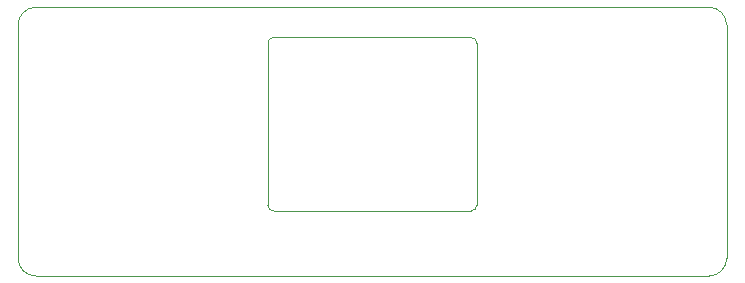
<source format=gko>
G04 #@! TF.GenerationSoftware,KiCad,Pcbnew,5.1.5-1.fc31*
G04 #@! TF.CreationDate,2020-04-27T22:00:39+02:00*
G04 #@! TF.ProjectId,vdsl-surge-protection-copy,7664736c-2d73-4757-9267-652d70726f74,rev?*
G04 #@! TF.SameCoordinates,Original*
G04 #@! TF.FileFunction,Profile,NP*
%FSLAX46Y46*%
G04 Gerber Fmt 4.6, Leading zero omitted, Abs format (unit mm)*
G04 Created by KiCad (PCBNEW 5.1.5-1.fc31) date 2020-04-27 22:00:39*
%MOMM*%
%LPD*%
G04 APERTURE LIST*
%ADD10C,0.050000*%
G04 APERTURE END LIST*
D10*
X170000000Y-66750000D02*
G75*
G02X171500000Y-65250000I1500000J0D01*
G01*
X228500000Y-65250000D02*
G75*
G02X230000000Y-66750000I0J-1500000D01*
G01*
X208850000Y-82000000D02*
X208850000Y-68300000D01*
X208350000Y-67800000D02*
X191650000Y-67800000D01*
X191150000Y-68300000D02*
X191150000Y-82000000D01*
X170000000Y-86500000D02*
X170000000Y-66750000D01*
X171500000Y-65250000D02*
X228500000Y-65250000D01*
X228500000Y-88000000D02*
X171500000Y-88000000D01*
X208850000Y-82000000D02*
G75*
G02X208350000Y-82500000I-500000J0D01*
G01*
X191650000Y-82500000D02*
G75*
G02X191150000Y-82000000I0J500000D01*
G01*
X191650000Y-82500000D02*
X208350000Y-82500000D01*
X191150000Y-68300000D02*
G75*
G02X191650000Y-67800000I500000J0D01*
G01*
X208350000Y-67800000D02*
G75*
G02X208850000Y-68300000I0J-500000D01*
G01*
X171500000Y-88000000D02*
G75*
G02X170000000Y-86500000I0J1500000D01*
G01*
X230000000Y-86500000D02*
G75*
G02X228500000Y-88000000I-1500000J0D01*
G01*
X230000000Y-86500000D02*
X230000000Y-66750000D01*
M02*

</source>
